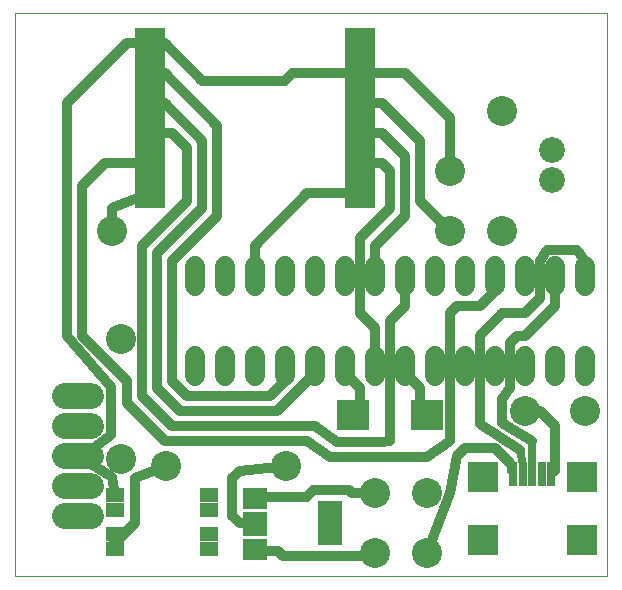
<source format=gbl>
G75*
%MOIN*%
%OFA0B0*%
%FSLAX24Y24*%
%IPPOS*%
%LPD*%
%AMOC8*
5,1,8,0,0,1.08239X$1,22.5*
%
%ADD10C,0.0000*%
%ADD11C,0.1000*%
%ADD12R,0.1100X0.0984*%
%ADD13C,0.0860*%
%ADD14C,0.0860*%
%ADD15C,0.0660*%
%ADD16R,0.0790X0.0590*%
%ADD17R,0.0790X0.1500*%
%ADD18R,0.0790X0.0200*%
%ADD19R,0.0610X0.0512*%
%ADD20R,0.0990X0.0990*%
%ADD21R,0.1000X0.1000*%
%ADD22R,0.0300X0.0787*%
%ADD23C,0.0320*%
%ADD24C,0.0240*%
%ADD25C,0.0276*%
%ADD26C,0.0000*%
D10*
X000755Y002134D02*
X000755Y020884D01*
X020505Y020884D01*
X020505Y002134D01*
X000755Y002134D01*
D11*
X004305Y006034D03*
X005805Y005784D03*
X004305Y010034D03*
X004005Y013634D03*
X009805Y005784D03*
X012755Y004884D03*
X014505Y004884D03*
X014505Y002884D03*
X012755Y002884D03*
X017755Y007634D03*
X019755Y007634D03*
X017005Y013634D03*
X015255Y013634D03*
X015255Y015634D03*
X017005Y017634D03*
D12*
X014499Y007484D03*
X012011Y007484D03*
D13*
X003285Y007134D02*
X002425Y007134D01*
X002425Y006134D02*
X003285Y006134D01*
X003285Y005134D02*
X002425Y005134D01*
X002425Y004134D02*
X003285Y004134D01*
X003285Y008134D02*
X002425Y008134D01*
D14*
X018655Y015334D03*
X018655Y016334D03*
D15*
X018755Y012464D02*
X018755Y011804D01*
X019755Y011804D02*
X019755Y012464D01*
X017755Y012464D02*
X017755Y011804D01*
X016755Y011804D02*
X016755Y012464D01*
X015755Y012464D02*
X015755Y011804D01*
X014755Y011804D02*
X014755Y012464D01*
X013755Y012464D02*
X013755Y011804D01*
X012755Y011804D02*
X012755Y012464D01*
X011755Y012464D02*
X011755Y011804D01*
X010755Y011804D02*
X010755Y012464D01*
X009755Y012464D02*
X009755Y011804D01*
X008755Y011804D02*
X008755Y012464D01*
X007755Y012464D02*
X007755Y011804D01*
X006755Y011804D02*
X006755Y012464D01*
X006755Y009464D02*
X006755Y008804D01*
X007755Y008804D02*
X007755Y009464D01*
X008755Y009464D02*
X008755Y008804D01*
X009755Y008804D02*
X009755Y009464D01*
X010755Y009464D02*
X010755Y008804D01*
X011755Y008804D02*
X011755Y009464D01*
X012755Y009464D02*
X012755Y008804D01*
X013755Y008804D02*
X013755Y009464D01*
X014755Y009464D02*
X014755Y008804D01*
X015755Y008804D02*
X015755Y009464D01*
X016755Y009464D02*
X016755Y008804D01*
X017755Y008804D02*
X017755Y009464D01*
X018755Y009464D02*
X018755Y008804D01*
X019755Y008804D02*
X019755Y009464D01*
D16*
X008765Y004774D03*
X008765Y003874D03*
X008765Y002974D03*
D17*
X011245Y003884D03*
D18*
X008765Y004176D03*
X008765Y004475D03*
X008765Y004475D03*
X008765Y004475D03*
X008765Y003569D03*
X008765Y003270D03*
D19*
X007220Y003048D03*
X007220Y003548D03*
X007220Y004320D03*
X007220Y004820D03*
X004090Y004820D03*
X004090Y004320D03*
X004090Y003548D03*
X004090Y003048D03*
D20*
X005255Y014884D03*
X005255Y015884D03*
X005255Y016884D03*
X005255Y017884D03*
X005255Y018884D03*
X005255Y019884D03*
X012255Y019884D03*
X012255Y018884D03*
X012255Y017884D03*
X012255Y016884D03*
X012255Y015884D03*
X012255Y014884D03*
D21*
X016351Y005422D03*
X016351Y003335D03*
X019659Y003335D03*
X019659Y005422D03*
D22*
X018635Y005520D03*
X018320Y005520D03*
X018005Y005520D03*
X017690Y005520D03*
X017375Y005520D03*
D23*
X017255Y005884D02*
X016755Y006384D01*
X015755Y006384D01*
X015505Y006134D01*
X015255Y004884D01*
X014505Y002884D01*
X012755Y002884D02*
X012405Y002784D01*
X009705Y002784D01*
X009515Y002974D01*
X008765Y002974D01*
X008765Y003874D02*
X008255Y003884D01*
X008005Y004134D01*
X008005Y005384D01*
X008255Y005634D01*
X009805Y005784D01*
X010505Y006634D02*
X011255Y006084D01*
X014505Y006084D01*
X015255Y006634D01*
X015255Y010884D01*
X015505Y011134D01*
X016255Y011134D01*
X016755Y011634D01*
X016755Y012134D01*
X017005Y010884D02*
X017755Y010884D01*
X018255Y011384D01*
X018255Y012634D01*
X018505Y012984D01*
X019505Y012984D01*
X019755Y012634D01*
X019755Y012134D01*
X018755Y012134D02*
X018755Y011134D01*
X017755Y010134D01*
X017505Y010134D01*
X017255Y009884D01*
X017255Y008384D01*
X017005Y008034D01*
X017005Y007234D01*
X018005Y006634D01*
X017605Y006334D02*
X016255Y007184D01*
X016255Y010134D01*
X017005Y010884D01*
X015255Y013634D02*
X014255Y014634D01*
X014255Y016634D01*
X013005Y017884D01*
X012255Y017884D01*
X012255Y016884D02*
X013005Y016884D01*
X013755Y016134D01*
X013755Y014134D01*
X012755Y013134D01*
X012755Y012134D01*
X013755Y012134D02*
X013755Y011134D01*
X013255Y010634D01*
X013255Y006634D01*
X013005Y006584D01*
X011505Y006584D01*
X010755Y007134D01*
X006005Y007134D01*
X005005Y008134D01*
X005005Y013134D01*
X006505Y014634D01*
X006505Y016384D01*
X006005Y016884D01*
X005255Y016884D01*
X005255Y015884D02*
X003755Y015884D01*
X003005Y015134D01*
X003005Y010134D01*
X004505Y008634D01*
X004505Y007884D01*
X005755Y006634D01*
X010505Y006634D01*
X009505Y007634D02*
X010755Y008884D01*
X010755Y009134D01*
X011755Y009134D02*
X011755Y008884D01*
X012255Y008384D01*
X012255Y007390D01*
X012011Y007484D01*
X012755Y009134D02*
X012755Y010384D01*
X012255Y010884D01*
X012255Y013384D01*
X013255Y014384D01*
X013255Y015634D01*
X013005Y015884D01*
X012255Y015884D01*
X012255Y014884D02*
X010505Y014884D01*
X008755Y013134D01*
X008755Y012134D01*
X007505Y014134D02*
X006005Y012634D01*
X006005Y008634D01*
X006505Y008134D01*
X009255Y008134D01*
X009755Y008634D01*
X009755Y009134D01*
X009505Y007634D02*
X006255Y007634D01*
X005505Y008384D01*
X005505Y012884D01*
X007005Y014384D01*
X007005Y016634D01*
X005755Y017884D01*
X005255Y017884D01*
X005255Y018884D02*
X005755Y018884D01*
X007505Y017134D01*
X007505Y014134D01*
X005255Y014884D02*
X004005Y014384D01*
X004005Y013634D01*
X002505Y010134D02*
X003955Y008434D01*
X003955Y006834D01*
X003305Y006334D01*
X002855Y006134D01*
X004005Y005434D01*
X004090Y004820D01*
X004755Y005384D02*
X004755Y003884D01*
X003990Y003119D01*
X004090Y003048D01*
X004755Y005384D02*
X005805Y005784D01*
X008765Y004774D02*
X010495Y004774D01*
X010705Y004984D01*
X011905Y004984D01*
X012005Y004884D01*
X012755Y004884D01*
X014255Y007390D02*
X014499Y007484D01*
X014255Y007390D02*
X014255Y008384D01*
X013755Y008884D01*
X013755Y009134D01*
X017755Y007634D02*
X018255Y007634D01*
X018755Y007134D01*
X018755Y005634D01*
X018749Y005634D01*
X015255Y015634D02*
X015255Y017384D01*
X013755Y018884D01*
X012255Y018884D01*
X010005Y018884D01*
X009755Y018634D01*
X007005Y018634D01*
X005755Y019884D01*
X005255Y019884D01*
X004505Y019884D01*
X002505Y017884D01*
X002505Y010134D01*
X012255Y018884D02*
X012255Y019884D01*
D24*
X017255Y005884D02*
X017255Y005640D01*
X017375Y005520D01*
X018635Y005520D02*
X018749Y005634D01*
D25*
X018005Y005520D02*
X018005Y006634D01*
X017605Y006334D02*
X017705Y005834D01*
X017690Y005520D01*
D26*
X006005Y011884D02*
X006005Y012634D01*
M02*

</source>
